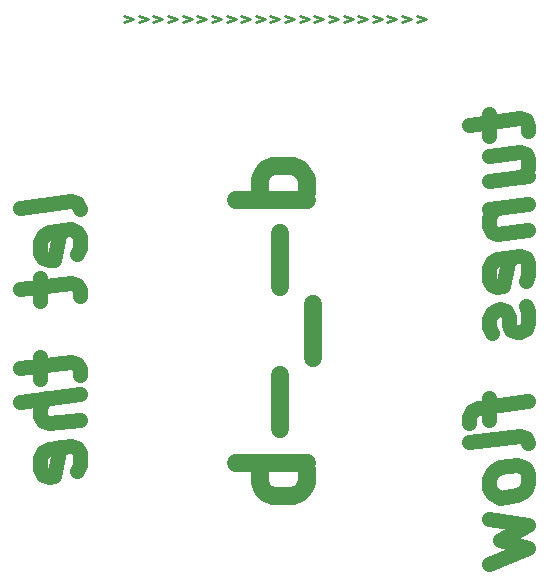
<source format=gbr>
%TF.GenerationSoftware,KiCad,Pcbnew,7.0.9*%
%TF.CreationDate,2024-08-22T03:32:57-10:00*%
%TF.ProjectId,scartaudioextract,73636172-7461-4756-9469-6f6578747261,rev?*%
%TF.SameCoordinates,Original*%
%TF.FileFunction,Legend,Bot*%
%TF.FilePolarity,Positive*%
%FSLAX46Y46*%
G04 Gerber Fmt 4.6, Leading zero omitted, Abs format (unit mm)*
G04 Created by KiCad (PCBNEW 7.0.9) date 2024-08-22 03:32:57*
%MOMM*%
%LPD*%
G01*
G04 APERTURE LIST*
%ADD10C,1.500000*%
%ADD11C,1.250000*%
%ADD12C,0.250000*%
%ADD13C,1.200000*%
%ADD14O,1.200000X2.200000*%
%ADD15O,2.200000X1.200000*%
%ADD16C,2.300000*%
G04 APERTURE END LIST*
D10*
X151737714Y-47357145D02*
X145737714Y-47357145D01*
X151452000Y-47357145D02*
X151737714Y-46785716D01*
X151737714Y-46785716D02*
X151737714Y-45642859D01*
X151737714Y-45642859D02*
X151452000Y-45071430D01*
X151452000Y-45071430D02*
X151166285Y-44785716D01*
X151166285Y-44785716D02*
X150594857Y-44500002D01*
X150594857Y-44500002D02*
X148880571Y-44500002D01*
X148880571Y-44500002D02*
X148309142Y-44785716D01*
X148309142Y-44785716D02*
X148023428Y-45071430D01*
X148023428Y-45071430D02*
X147737714Y-45642859D01*
X147737714Y-45642859D02*
X147737714Y-46785716D01*
X147737714Y-46785716D02*
X148023428Y-47357145D01*
X149452000Y-50214287D02*
X149452000Y-54785716D01*
X152309142Y-56214287D02*
X152309142Y-60785715D01*
X149452000Y-62214287D02*
X149452000Y-66785716D01*
X151737714Y-69642858D02*
X145737714Y-69642858D01*
X148023428Y-69642858D02*
X147737714Y-70214287D01*
X147737714Y-70214287D02*
X147737714Y-71357144D01*
X147737714Y-71357144D02*
X148023428Y-71928572D01*
X148023428Y-71928572D02*
X148309142Y-72214287D01*
X148309142Y-72214287D02*
X148880571Y-72500001D01*
X148880571Y-72500001D02*
X150594857Y-72500001D01*
X150594857Y-72500001D02*
X151166285Y-72214287D01*
X151166285Y-72214287D02*
X151452000Y-71928572D01*
X151452000Y-71928572D02*
X151737714Y-71357144D01*
X151737714Y-71357144D02*
X151737714Y-70214287D01*
X151737714Y-70214287D02*
X151452000Y-69642858D01*
D11*
X132498095Y-48130953D02*
X132260000Y-47684524D01*
X132260000Y-47684524D02*
X131783809Y-47505953D01*
X131783809Y-47505953D02*
X127498095Y-48041667D01*
X132260000Y-51970239D02*
X132498095Y-51464286D01*
X132498095Y-51464286D02*
X132498095Y-50511905D01*
X132498095Y-50511905D02*
X132260000Y-50065477D01*
X132260000Y-50065477D02*
X131783809Y-49886905D01*
X131783809Y-49886905D02*
X129879047Y-50125001D01*
X129879047Y-50125001D02*
X129402857Y-50422620D01*
X129402857Y-50422620D02*
X129164761Y-50928572D01*
X129164761Y-50928572D02*
X129164761Y-51880953D01*
X129164761Y-51880953D02*
X129402857Y-52327381D01*
X129402857Y-52327381D02*
X129879047Y-52505953D01*
X129879047Y-52505953D02*
X130355238Y-52446429D01*
X130355238Y-52446429D02*
X130831428Y-50005953D01*
X129164761Y-54023810D02*
X129164761Y-55928572D01*
X127498095Y-54946429D02*
X131783809Y-54410715D01*
X131783809Y-54410715D02*
X132260000Y-54589286D01*
X132260000Y-54589286D02*
X132498095Y-55035715D01*
X132498095Y-55035715D02*
X132498095Y-55511905D01*
X129164761Y-60690477D02*
X129164761Y-62595239D01*
X127498095Y-61613096D02*
X131783809Y-61077382D01*
X131783809Y-61077382D02*
X132260000Y-61255953D01*
X132260000Y-61255953D02*
X132498095Y-61702382D01*
X132498095Y-61702382D02*
X132498095Y-62178572D01*
X132498095Y-63845239D02*
X127498095Y-64470239D01*
X132498095Y-65988096D02*
X129879047Y-66315477D01*
X129879047Y-66315477D02*
X129402857Y-66136905D01*
X129402857Y-66136905D02*
X129164761Y-65690477D01*
X129164761Y-65690477D02*
X129164761Y-64976191D01*
X129164761Y-64976191D02*
X129402857Y-64470239D01*
X129402857Y-64470239D02*
X129640952Y-64202382D01*
X132260000Y-70303573D02*
X132498095Y-69797620D01*
X132498095Y-69797620D02*
X132498095Y-68845239D01*
X132498095Y-68845239D02*
X132260000Y-68398811D01*
X132260000Y-68398811D02*
X131783809Y-68220239D01*
X131783809Y-68220239D02*
X129879047Y-68458335D01*
X129879047Y-68458335D02*
X129402857Y-68755954D01*
X129402857Y-68755954D02*
X129164761Y-69261906D01*
X129164761Y-69261906D02*
X129164761Y-70214287D01*
X129164761Y-70214287D02*
X129402857Y-70660715D01*
X129402857Y-70660715D02*
X129879047Y-70839287D01*
X129879047Y-70839287D02*
X130355238Y-70779763D01*
X130355238Y-70779763D02*
X130831428Y-68339287D01*
D12*
X161039997Y-31782952D02*
X161801901Y-32068666D01*
X161801901Y-32068666D02*
X161039997Y-32354380D01*
X159801902Y-31782952D02*
X160563806Y-32068666D01*
X160563806Y-32068666D02*
X159801902Y-32354380D01*
X158563807Y-31782952D02*
X159325711Y-32068666D01*
X159325711Y-32068666D02*
X158563807Y-32354380D01*
X157325712Y-31782952D02*
X158087616Y-32068666D01*
X158087616Y-32068666D02*
X157325712Y-32354380D01*
X156087617Y-31782952D02*
X156849521Y-32068666D01*
X156849521Y-32068666D02*
X156087617Y-32354380D01*
X154849522Y-31782952D02*
X155611426Y-32068666D01*
X155611426Y-32068666D02*
X154849522Y-32354380D01*
X153611427Y-31782952D02*
X154373331Y-32068666D01*
X154373331Y-32068666D02*
X153611427Y-32354380D01*
X152373332Y-31782952D02*
X153135236Y-32068666D01*
X153135236Y-32068666D02*
X152373332Y-32354380D01*
X151135237Y-31782952D02*
X151897141Y-32068666D01*
X151897141Y-32068666D02*
X151135237Y-32354380D01*
X149897142Y-31782952D02*
X150659046Y-32068666D01*
X150659046Y-32068666D02*
X149897142Y-32354380D01*
X148659047Y-31782952D02*
X149420951Y-32068666D01*
X149420951Y-32068666D02*
X148659047Y-32354380D01*
X147420952Y-31782952D02*
X148182856Y-32068666D01*
X148182856Y-32068666D02*
X147420952Y-32354380D01*
X146182857Y-31782952D02*
X146944761Y-32068666D01*
X146944761Y-32068666D02*
X146182857Y-32354380D01*
X144944762Y-31782952D02*
X145706666Y-32068666D01*
X145706666Y-32068666D02*
X144944762Y-32354380D01*
X143706667Y-31782952D02*
X144468571Y-32068666D01*
X144468571Y-32068666D02*
X143706667Y-32354380D01*
X142468572Y-31782952D02*
X143230476Y-32068666D01*
X143230476Y-32068666D02*
X142468572Y-32354380D01*
X141230477Y-31782952D02*
X141992381Y-32068666D01*
X141992381Y-32068666D02*
X141230477Y-32354380D01*
X139992382Y-31782952D02*
X140754286Y-32068666D01*
X140754286Y-32068666D02*
X139992382Y-32354380D01*
X138754287Y-31782952D02*
X139516191Y-32068666D01*
X139516191Y-32068666D02*
X138754287Y-32354380D01*
X137516192Y-31782952D02*
X138278096Y-32068666D01*
X138278096Y-32068666D02*
X137516192Y-32354380D01*
X136278097Y-31782952D02*
X137040001Y-32068666D01*
X137040001Y-32068666D02*
X136278097Y-32354380D01*
D11*
X167164761Y-40095238D02*
X167164761Y-42000000D01*
X165498095Y-41017857D02*
X169783809Y-40482143D01*
X169783809Y-40482143D02*
X170260000Y-40660714D01*
X170260000Y-40660714D02*
X170498095Y-41107143D01*
X170498095Y-41107143D02*
X170498095Y-41583333D01*
X167164761Y-45809524D02*
X170498095Y-45392857D01*
X167164761Y-43666666D02*
X169783809Y-43339286D01*
X169783809Y-43339286D02*
X170260000Y-43517857D01*
X170260000Y-43517857D02*
X170498095Y-43964286D01*
X170498095Y-43964286D02*
X170498095Y-44678571D01*
X170498095Y-44678571D02*
X170260000Y-45184524D01*
X170260000Y-45184524D02*
X170021904Y-45452381D01*
X167164761Y-48190476D02*
X170498095Y-47773810D01*
X167640952Y-48130953D02*
X167402857Y-48398810D01*
X167402857Y-48398810D02*
X167164761Y-48904762D01*
X167164761Y-48904762D02*
X167164761Y-49619048D01*
X167164761Y-49619048D02*
X167402857Y-50065476D01*
X167402857Y-50065476D02*
X167879047Y-50244048D01*
X167879047Y-50244048D02*
X170498095Y-49916667D01*
X170260000Y-54232144D02*
X170498095Y-53726191D01*
X170498095Y-53726191D02*
X170498095Y-52773810D01*
X170498095Y-52773810D02*
X170260000Y-52327382D01*
X170260000Y-52327382D02*
X169783809Y-52148810D01*
X169783809Y-52148810D02*
X167879047Y-52386906D01*
X167879047Y-52386906D02*
X167402857Y-52684525D01*
X167402857Y-52684525D02*
X167164761Y-53190477D01*
X167164761Y-53190477D02*
X167164761Y-54142858D01*
X167164761Y-54142858D02*
X167402857Y-54589286D01*
X167402857Y-54589286D02*
X167879047Y-54767858D01*
X167879047Y-54767858D02*
X168355238Y-54708334D01*
X168355238Y-54708334D02*
X168831428Y-52267858D01*
X170260000Y-56375000D02*
X170498095Y-56821429D01*
X170498095Y-56821429D02*
X170498095Y-57773810D01*
X170498095Y-57773810D02*
X170260000Y-58279762D01*
X170260000Y-58279762D02*
X169783809Y-58577381D01*
X169783809Y-58577381D02*
X169545714Y-58607143D01*
X169545714Y-58607143D02*
X169069523Y-58428572D01*
X169069523Y-58428572D02*
X168831428Y-57982143D01*
X168831428Y-57982143D02*
X168831428Y-57267858D01*
X168831428Y-57267858D02*
X168593333Y-56821429D01*
X168593333Y-56821429D02*
X168117142Y-56642858D01*
X168117142Y-56642858D02*
X167879047Y-56672620D01*
X167879047Y-56672620D02*
X167402857Y-56970239D01*
X167402857Y-56970239D02*
X167164761Y-57476191D01*
X167164761Y-57476191D02*
X167164761Y-58190477D01*
X167164761Y-58190477D02*
X167402857Y-58636905D01*
X167164761Y-64142858D02*
X167164761Y-66047620D01*
X170498095Y-64440477D02*
X166212380Y-64976191D01*
X166212380Y-64976191D02*
X165736190Y-65273810D01*
X165736190Y-65273810D02*
X165498095Y-65779763D01*
X165498095Y-65779763D02*
X165498095Y-66255953D01*
X170498095Y-68011906D02*
X170260000Y-67565477D01*
X170260000Y-67565477D02*
X169783809Y-67386906D01*
X169783809Y-67386906D02*
X165498095Y-67922620D01*
X170498095Y-70630954D02*
X170260000Y-70184525D01*
X170260000Y-70184525D02*
X170021904Y-69976192D01*
X170021904Y-69976192D02*
X169545714Y-69797620D01*
X169545714Y-69797620D02*
X168117142Y-69976192D01*
X168117142Y-69976192D02*
X167640952Y-70273811D01*
X167640952Y-70273811D02*
X167402857Y-70541668D01*
X167402857Y-70541668D02*
X167164761Y-71047620D01*
X167164761Y-71047620D02*
X167164761Y-71761906D01*
X167164761Y-71761906D02*
X167402857Y-72208334D01*
X167402857Y-72208334D02*
X167640952Y-72416668D01*
X167640952Y-72416668D02*
X168117142Y-72595239D01*
X168117142Y-72595239D02*
X169545714Y-72416668D01*
X169545714Y-72416668D02*
X170021904Y-72119049D01*
X170021904Y-72119049D02*
X170260000Y-71851192D01*
X170260000Y-71851192D02*
X170498095Y-71345239D01*
X170498095Y-71345239D02*
X170498095Y-70630954D01*
X167164761Y-74380954D02*
X170498095Y-74916668D01*
X170498095Y-74916668D02*
X168117142Y-76166668D01*
X168117142Y-76166668D02*
X170498095Y-76821430D01*
X170498095Y-76821430D02*
X167164761Y-78190478D01*
%LPC*%
D13*
%TO.C,J3*%
X144040000Y-81900000D03*
X144040000Y-84400000D03*
X149040000Y-76900000D03*
X154040000Y-81900000D03*
X154040000Y-84400000D03*
D14*
X144040000Y-76900000D03*
D15*
X149040000Y-81900000D03*
D14*
X154040000Y-76900000D03*
%TD*%
D16*
%TO.C,J1*%
X140080000Y-77550000D03*
X135000000Y-75645000D03*
X140080000Y-73740000D03*
X135000000Y-71835000D03*
X140080000Y-69930000D03*
X135000000Y-68025000D03*
X140080000Y-66120000D03*
X135000000Y-64215000D03*
X140080000Y-62310000D03*
X135000000Y-60405000D03*
X140080000Y-58500000D03*
X135000000Y-56595000D03*
X140080000Y-54690000D03*
X135000000Y-52785000D03*
X140080000Y-50880000D03*
X135000000Y-48975000D03*
X140080000Y-47070000D03*
X135000000Y-45165000D03*
X140080000Y-43260000D03*
X135000000Y-41355000D03*
X140080000Y-39450000D03*
%TD*%
%TO.C,J2*%
X158000000Y-39450000D03*
X163080000Y-41355000D03*
X158000000Y-43260000D03*
X163080000Y-45165000D03*
X158000000Y-47070000D03*
X163080000Y-48975000D03*
X158000000Y-50880000D03*
X163080000Y-52785000D03*
X158000000Y-54690000D03*
X163080000Y-56595000D03*
X158000000Y-58500000D03*
X163080000Y-60405000D03*
X158000000Y-62310000D03*
X163080000Y-64215000D03*
X158000000Y-66120000D03*
X163080000Y-68025000D03*
X158000000Y-69930000D03*
X163080000Y-71835000D03*
X158000000Y-73740000D03*
X163080000Y-75645000D03*
X158000000Y-77550000D03*
%TD*%
%LPD*%
M02*

</source>
